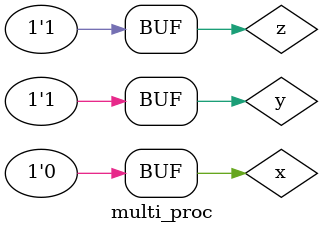
<source format=v>

module multi_proc();

// registradores
    reg x = 1'b0; // variavel de 1 bit com valor 0
    reg y = 1'b1; // variavel de 1 bit com valor 1
    reg z;        // variavel para armazenar o valor das operacoes entre x e y

// procedimentos
// procedimento 1 - sempre que z for alterado exiba os valores de x, y e z
    always @(z) begin
        $display("x = %b, y = %b, z = %b,", x, y, z);
    end

// procedimento 2 - realiza as operacoes bitwise com x e y
    initial begin
        #2;        // aguarda duas unidades de tempo
        z = x ^ y; // operacao bitwise XOR entre x e y
        #10;       // aguarda dez unidades de tempo
        y = 0;     // altera o valor de y
        z = x | y; // operacao bitwise OR entre x e y
        #10;       // aguarda dez unidades de tempo
        z = ~z;    // operacao bitwise NOT com z
        #10;       // aguarda dez unidades de tempo
    end

endmodule
// end of file
</source>
